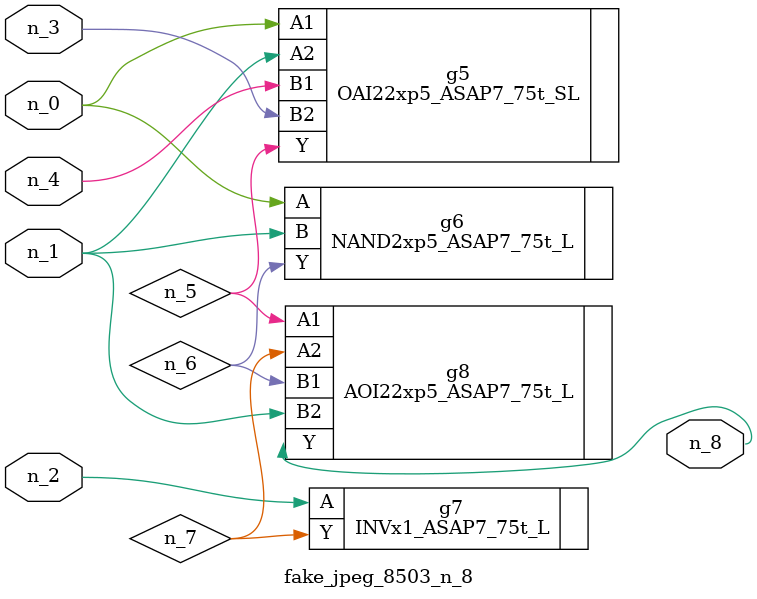
<source format=v>
module fake_jpeg_8503_n_8 (n_3, n_2, n_1, n_0, n_4, n_8);

input n_3;
input n_2;
input n_1;
input n_0;
input n_4;

output n_8;

wire n_6;
wire n_5;
wire n_7;

OAI22xp5_ASAP7_75t_SL g5 ( 
.A1(n_0),
.A2(n_1),
.B1(n_4),
.B2(n_3),
.Y(n_5)
);

NAND2xp5_ASAP7_75t_L g6 ( 
.A(n_0),
.B(n_1),
.Y(n_6)
);

INVx1_ASAP7_75t_L g7 ( 
.A(n_2),
.Y(n_7)
);

AOI22xp5_ASAP7_75t_L g8 ( 
.A1(n_5),
.A2(n_7),
.B1(n_6),
.B2(n_1),
.Y(n_8)
);


endmodule
</source>
